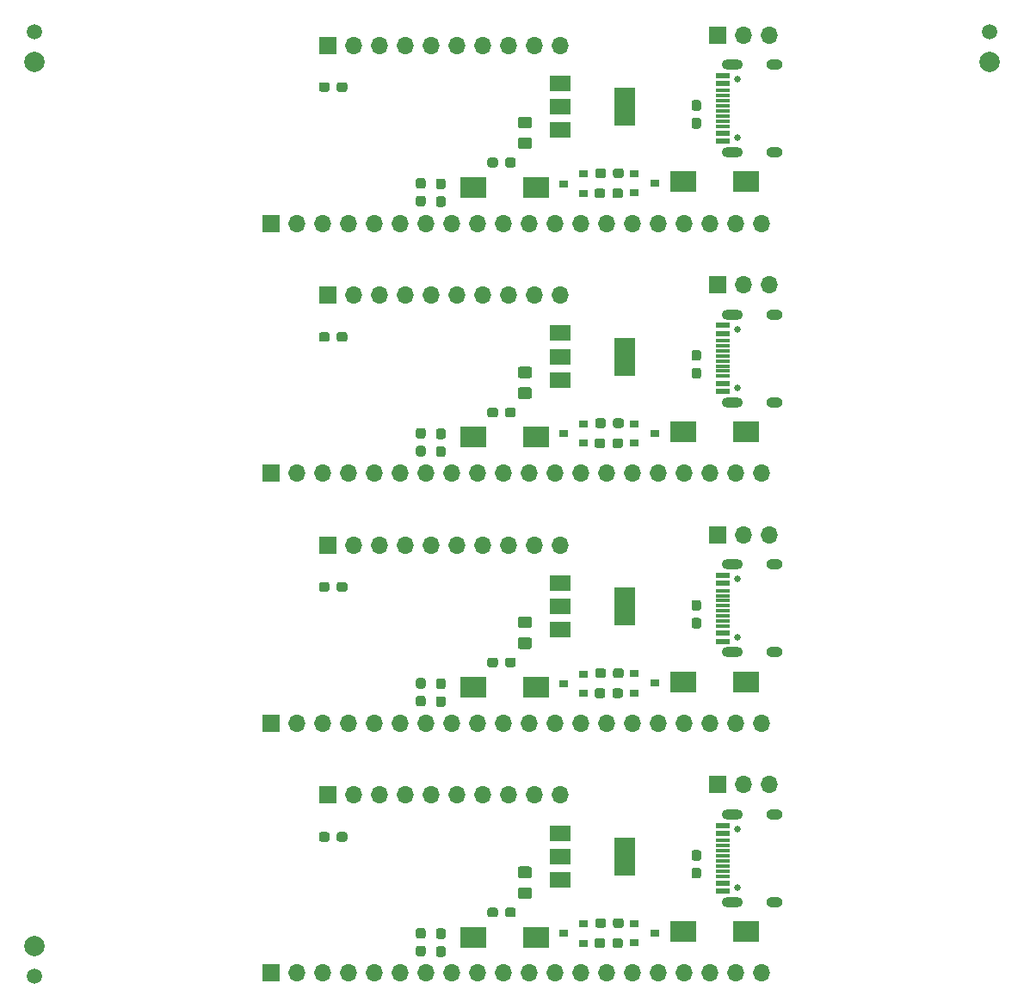
<source format=gbr>
G04 #@! TF.GenerationSoftware,KiCad,Pcbnew,5.1.7-a382d34a8~87~ubuntu20.04.1*
G04 #@! TF.CreationDate,2020-11-13T11:14:20+11:00*
G04 #@! TF.ProjectId,jackco-esp32-pico-panel-v2,6a61636b-636f-42d6-9573-7033322d7069,rev?*
G04 #@! TF.SameCoordinates,Original*
G04 #@! TF.FileFunction,Soldermask,Bot*
G04 #@! TF.FilePolarity,Negative*
%FSLAX46Y46*%
G04 Gerber Fmt 4.6, Leading zero omitted, Abs format (unit mm)*
G04 Created by KiCad (PCBNEW 5.1.7-a382d34a8~87~ubuntu20.04.1) date 2020-11-13 11:14:20*
%MOMM*%
%LPD*%
G01*
G04 APERTURE LIST*
%ADD10C,1.500000*%
%ADD11C,2.000000*%
%ADD12O,1.600000X1.000000*%
%ADD13C,0.650000*%
%ADD14O,2.100000X1.000000*%
%ADD15R,1.450000X0.300000*%
%ADD16R,1.450000X0.600000*%
%ADD17R,1.700000X1.700000*%
%ADD18O,1.700000X1.700000*%
%ADD19R,0.900000X0.800000*%
%ADD20R,2.500000X2.000000*%
%ADD21R,2.000000X3.800000*%
%ADD22R,2.000000X1.500000*%
G04 APERTURE END LIST*
D10*
X31575003Y-145712010D03*
X125575002Y-52712010D03*
X31575003Y-52712010D03*
D11*
X31575003Y-142712010D03*
X125575002Y-55712010D03*
X31575003Y-55712010D03*
G36*
G01*
X71781501Y-143791016D02*
X71306501Y-143791016D01*
G75*
G02*
X71069001Y-143553516I0J237500D01*
G01*
X71069001Y-142978516D01*
G75*
G02*
X71306501Y-142741016I237500J0D01*
G01*
X71781501Y-142741016D01*
G75*
G02*
X72019001Y-142978516I0J-237500D01*
G01*
X72019001Y-143553516D01*
G75*
G02*
X71781501Y-143791016I-237500J0D01*
G01*
G37*
G36*
G01*
X71781501Y-142041016D02*
X71306501Y-142041016D01*
G75*
G02*
X71069001Y-141803516I0J237500D01*
G01*
X71069001Y-141228516D01*
G75*
G02*
X71306501Y-140991016I237500J0D01*
G01*
X71781501Y-140991016D01*
G75*
G02*
X72019001Y-141228516I0J-237500D01*
G01*
X72019001Y-141803516D01*
G75*
G02*
X71781501Y-142041016I-237500J0D01*
G01*
G37*
G36*
G01*
X80269002Y-138091016D02*
X79369000Y-138091016D01*
G75*
G02*
X79119001Y-137841017I0J249999D01*
G01*
X79119001Y-137191015D01*
G75*
G02*
X79369000Y-136941016I249999J0D01*
G01*
X80269002Y-136941016D01*
G75*
G02*
X80519001Y-137191015I0J-249999D01*
G01*
X80519001Y-137841017D01*
G75*
G02*
X80269002Y-138091016I-249999J0D01*
G01*
G37*
G36*
G01*
X80269002Y-136041016D02*
X79369000Y-136041016D01*
G75*
G02*
X79119001Y-135791017I0J249999D01*
G01*
X79119001Y-135141015D01*
G75*
G02*
X79369000Y-134891016I249999J0D01*
G01*
X80269002Y-134891016D01*
G75*
G02*
X80519001Y-135141015I0J-249999D01*
G01*
X80519001Y-135791017D01*
G75*
G02*
X80269002Y-136041016I-249999J0D01*
G01*
G37*
G36*
G01*
X62347401Y-131743316D02*
X62347401Y-132218316D01*
G75*
G02*
X62109901Y-132455816I-237500J0D01*
G01*
X61534901Y-132455816D01*
G75*
G02*
X61297401Y-132218316I0J237500D01*
G01*
X61297401Y-131743316D01*
G75*
G02*
X61534901Y-131505816I237500J0D01*
G01*
X62109901Y-131505816D01*
G75*
G02*
X62347401Y-131743316I0J-237500D01*
G01*
G37*
G36*
G01*
X60597401Y-131743316D02*
X60597401Y-132218316D01*
G75*
G02*
X60359901Y-132455816I-237500J0D01*
G01*
X59784901Y-132455816D01*
G75*
G02*
X59547401Y-132218316I0J237500D01*
G01*
X59547401Y-131743316D01*
G75*
G02*
X59784901Y-131505816I237500J0D01*
G01*
X60359901Y-131505816D01*
G75*
G02*
X60597401Y-131743316I0J-237500D01*
G01*
G37*
G36*
G01*
X76119001Y-139653516D02*
X76119001Y-139178516D01*
G75*
G02*
X76356501Y-138941016I237500J0D01*
G01*
X76931501Y-138941016D01*
G75*
G02*
X77169001Y-139178516I0J-237500D01*
G01*
X77169001Y-139653516D01*
G75*
G02*
X76931501Y-139891016I-237500J0D01*
G01*
X76356501Y-139891016D01*
G75*
G02*
X76119001Y-139653516I0J237500D01*
G01*
G37*
G36*
G01*
X77869001Y-139653516D02*
X77869001Y-139178516D01*
G75*
G02*
X78106501Y-138941016I237500J0D01*
G01*
X78681501Y-138941016D01*
G75*
G02*
X78919001Y-139178516I0J-237500D01*
G01*
X78919001Y-139653516D01*
G75*
G02*
X78681501Y-139891016I-237500J0D01*
G01*
X78106501Y-139891016D01*
G75*
G02*
X77869001Y-139653516I0J237500D01*
G01*
G37*
D12*
X104364601Y-138409016D03*
D13*
X100714601Y-136979016D03*
D12*
X104364601Y-129769016D03*
D13*
X100714601Y-131199016D03*
D14*
X100184601Y-129769016D03*
X100184601Y-138409016D03*
D15*
X99269601Y-133839016D03*
X99269601Y-135839016D03*
X99269601Y-135339016D03*
X99269601Y-134839016D03*
X99269601Y-134339016D03*
X99269601Y-133339016D03*
X99269601Y-132839016D03*
X99269601Y-132339016D03*
D16*
X99269601Y-137339016D03*
X99269601Y-136539016D03*
X99269601Y-131639016D03*
X99269601Y-130839016D03*
X99269601Y-130839016D03*
X99269601Y-131639016D03*
X99269601Y-136539016D03*
X99269601Y-137339016D03*
D17*
X60414001Y-127866016D03*
D18*
X62954001Y-127866016D03*
X65494001Y-127866016D03*
X68034001Y-127866016D03*
X70574001Y-127866016D03*
X73114001Y-127866016D03*
X75654001Y-127866016D03*
X78194001Y-127866016D03*
X80734001Y-127866016D03*
X83274001Y-127866016D03*
D19*
X90569001Y-142416016D03*
X90569001Y-140516016D03*
X92569001Y-141466016D03*
G36*
G01*
X69331501Y-140941016D02*
X69806501Y-140941016D01*
G75*
G02*
X70044001Y-141178516I0J-237500D01*
G01*
X70044001Y-141753516D01*
G75*
G02*
X69806501Y-141991016I-237500J0D01*
G01*
X69331501Y-141991016D01*
G75*
G02*
X69094001Y-141753516I0J237500D01*
G01*
X69094001Y-141178516D01*
G75*
G02*
X69331501Y-140941016I237500J0D01*
G01*
G37*
G36*
G01*
X69331501Y-142691016D02*
X69806501Y-142691016D01*
G75*
G02*
X70044001Y-142928516I0J-237500D01*
G01*
X70044001Y-143503516D01*
G75*
G02*
X69806501Y-143741016I-237500J0D01*
G01*
X69331501Y-143741016D01*
G75*
G02*
X69094001Y-143503516I0J237500D01*
G01*
X69094001Y-142928516D01*
G75*
G02*
X69331501Y-142691016I237500J0D01*
G01*
G37*
G36*
G01*
X89469001Y-142203516D02*
X89469001Y-142678516D01*
G75*
G02*
X89231501Y-142916016I-237500J0D01*
G01*
X88656501Y-142916016D01*
G75*
G02*
X88419001Y-142678516I0J237500D01*
G01*
X88419001Y-142203516D01*
G75*
G02*
X88656501Y-141966016I237500J0D01*
G01*
X89231501Y-141966016D01*
G75*
G02*
X89469001Y-142203516I0J-237500D01*
G01*
G37*
G36*
G01*
X87719001Y-142203516D02*
X87719001Y-142678516D01*
G75*
G02*
X87481501Y-142916016I-237500J0D01*
G01*
X86906501Y-142916016D01*
G75*
G02*
X86669001Y-142678516I0J237500D01*
G01*
X86669001Y-142203516D01*
G75*
G02*
X86906501Y-141966016I237500J0D01*
G01*
X87481501Y-141966016D01*
G75*
G02*
X87719001Y-142203516I0J-237500D01*
G01*
G37*
G36*
G01*
X86744001Y-140703516D02*
X86744001Y-140228516D01*
G75*
G02*
X86981501Y-139991016I237500J0D01*
G01*
X87556501Y-139991016D01*
G75*
G02*
X87794001Y-140228516I0J-237500D01*
G01*
X87794001Y-140703516D01*
G75*
G02*
X87556501Y-140941016I-237500J0D01*
G01*
X86981501Y-140941016D01*
G75*
G02*
X86744001Y-140703516I0J237500D01*
G01*
G37*
G36*
G01*
X88494001Y-140703516D02*
X88494001Y-140228516D01*
G75*
G02*
X88731501Y-139991016I237500J0D01*
G01*
X89306501Y-139991016D01*
G75*
G02*
X89544001Y-140228516I0J-237500D01*
G01*
X89544001Y-140703516D01*
G75*
G02*
X89306501Y-140941016I-237500J0D01*
G01*
X88731501Y-140941016D01*
G75*
G02*
X88494001Y-140703516I0J237500D01*
G01*
G37*
G36*
G01*
X96447701Y-133273216D02*
X96922701Y-133273216D01*
G75*
G02*
X97160201Y-133510716I0J-237500D01*
G01*
X97160201Y-134085716D01*
G75*
G02*
X96922701Y-134323216I-237500J0D01*
G01*
X96447701Y-134323216D01*
G75*
G02*
X96210201Y-134085716I0J237500D01*
G01*
X96210201Y-133510716D01*
G75*
G02*
X96447701Y-133273216I237500J0D01*
G01*
G37*
G36*
G01*
X96447701Y-135023216D02*
X96922701Y-135023216D01*
G75*
G02*
X97160201Y-135260716I0J-237500D01*
G01*
X97160201Y-135835716D01*
G75*
G02*
X96922701Y-136073216I-237500J0D01*
G01*
X96447701Y-136073216D01*
G75*
G02*
X96210201Y-135835716I0J237500D01*
G01*
X96210201Y-135260716D01*
G75*
G02*
X96447701Y-135023216I237500J0D01*
G01*
G37*
D20*
X101549001Y-141316016D03*
X95389001Y-141316016D03*
X74764001Y-141841016D03*
X80924001Y-141841016D03*
D21*
X89624401Y-133911216D03*
D22*
X83324401Y-133911216D03*
X83324401Y-131611216D03*
X83324401Y-136211216D03*
D17*
X54826001Y-145392016D03*
D18*
X57366001Y-145392016D03*
X59906001Y-145392016D03*
X62446001Y-145392016D03*
X64986001Y-145392016D03*
X67526001Y-145392016D03*
X70066001Y-145392016D03*
X72606001Y-145392016D03*
X75146001Y-145392016D03*
X77686001Y-145392016D03*
X80226001Y-145392016D03*
X82766001Y-145392016D03*
X85306001Y-145392016D03*
X87846001Y-145392016D03*
X90386001Y-145392016D03*
X92926001Y-145392016D03*
X95466001Y-145392016D03*
X98006001Y-145392016D03*
X100546001Y-145392016D03*
X103086001Y-145392016D03*
D17*
X98768001Y-126850016D03*
D18*
X101308001Y-126850016D03*
X103848001Y-126850016D03*
D19*
X85594001Y-140541016D03*
X85594001Y-142441016D03*
X83594001Y-141491016D03*
G36*
G01*
X71781501Y-119185011D02*
X71306501Y-119185011D01*
G75*
G02*
X71069001Y-118947511I0J237500D01*
G01*
X71069001Y-118372511D01*
G75*
G02*
X71306501Y-118135011I237500J0D01*
G01*
X71781501Y-118135011D01*
G75*
G02*
X72019001Y-118372511I0J-237500D01*
G01*
X72019001Y-118947511D01*
G75*
G02*
X71781501Y-119185011I-237500J0D01*
G01*
G37*
G36*
G01*
X71781501Y-117435011D02*
X71306501Y-117435011D01*
G75*
G02*
X71069001Y-117197511I0J237500D01*
G01*
X71069001Y-116622511D01*
G75*
G02*
X71306501Y-116385011I237500J0D01*
G01*
X71781501Y-116385011D01*
G75*
G02*
X72019001Y-116622511I0J-237500D01*
G01*
X72019001Y-117197511D01*
G75*
G02*
X71781501Y-117435011I-237500J0D01*
G01*
G37*
G36*
G01*
X80269002Y-113485011D02*
X79369000Y-113485011D01*
G75*
G02*
X79119001Y-113235012I0J249999D01*
G01*
X79119001Y-112585010D01*
G75*
G02*
X79369000Y-112335011I249999J0D01*
G01*
X80269002Y-112335011D01*
G75*
G02*
X80519001Y-112585010I0J-249999D01*
G01*
X80519001Y-113235012D01*
G75*
G02*
X80269002Y-113485011I-249999J0D01*
G01*
G37*
G36*
G01*
X80269002Y-111435011D02*
X79369000Y-111435011D01*
G75*
G02*
X79119001Y-111185012I0J249999D01*
G01*
X79119001Y-110535010D01*
G75*
G02*
X79369000Y-110285011I249999J0D01*
G01*
X80269002Y-110285011D01*
G75*
G02*
X80519001Y-110535010I0J-249999D01*
G01*
X80519001Y-111185012D01*
G75*
G02*
X80269002Y-111435011I-249999J0D01*
G01*
G37*
G36*
G01*
X62347401Y-107137311D02*
X62347401Y-107612311D01*
G75*
G02*
X62109901Y-107849811I-237500J0D01*
G01*
X61534901Y-107849811D01*
G75*
G02*
X61297401Y-107612311I0J237500D01*
G01*
X61297401Y-107137311D01*
G75*
G02*
X61534901Y-106899811I237500J0D01*
G01*
X62109901Y-106899811D01*
G75*
G02*
X62347401Y-107137311I0J-237500D01*
G01*
G37*
G36*
G01*
X60597401Y-107137311D02*
X60597401Y-107612311D01*
G75*
G02*
X60359901Y-107849811I-237500J0D01*
G01*
X59784901Y-107849811D01*
G75*
G02*
X59547401Y-107612311I0J237500D01*
G01*
X59547401Y-107137311D01*
G75*
G02*
X59784901Y-106899811I237500J0D01*
G01*
X60359901Y-106899811D01*
G75*
G02*
X60597401Y-107137311I0J-237500D01*
G01*
G37*
G36*
G01*
X76119001Y-115047511D02*
X76119001Y-114572511D01*
G75*
G02*
X76356501Y-114335011I237500J0D01*
G01*
X76931501Y-114335011D01*
G75*
G02*
X77169001Y-114572511I0J-237500D01*
G01*
X77169001Y-115047511D01*
G75*
G02*
X76931501Y-115285011I-237500J0D01*
G01*
X76356501Y-115285011D01*
G75*
G02*
X76119001Y-115047511I0J237500D01*
G01*
G37*
G36*
G01*
X77869001Y-115047511D02*
X77869001Y-114572511D01*
G75*
G02*
X78106501Y-114335011I237500J0D01*
G01*
X78681501Y-114335011D01*
G75*
G02*
X78919001Y-114572511I0J-237500D01*
G01*
X78919001Y-115047511D01*
G75*
G02*
X78681501Y-115285011I-237500J0D01*
G01*
X78106501Y-115285011D01*
G75*
G02*
X77869001Y-115047511I0J237500D01*
G01*
G37*
D12*
X104364601Y-113803011D03*
D13*
X100714601Y-112373011D03*
D12*
X104364601Y-105163011D03*
D13*
X100714601Y-106593011D03*
D14*
X100184601Y-105163011D03*
X100184601Y-113803011D03*
D15*
X99269601Y-109233011D03*
X99269601Y-111233011D03*
X99269601Y-110733011D03*
X99269601Y-110233011D03*
X99269601Y-109733011D03*
X99269601Y-108733011D03*
X99269601Y-108233011D03*
X99269601Y-107733011D03*
D16*
X99269601Y-112733011D03*
X99269601Y-111933011D03*
X99269601Y-107033011D03*
X99269601Y-106233011D03*
X99269601Y-106233011D03*
X99269601Y-107033011D03*
X99269601Y-111933011D03*
X99269601Y-112733011D03*
D17*
X60414001Y-103260011D03*
D18*
X62954001Y-103260011D03*
X65494001Y-103260011D03*
X68034001Y-103260011D03*
X70574001Y-103260011D03*
X73114001Y-103260011D03*
X75654001Y-103260011D03*
X78194001Y-103260011D03*
X80734001Y-103260011D03*
X83274001Y-103260011D03*
D19*
X90569001Y-117810011D03*
X90569001Y-115910011D03*
X92569001Y-116860011D03*
G36*
G01*
X69331501Y-116335011D02*
X69806501Y-116335011D01*
G75*
G02*
X70044001Y-116572511I0J-237500D01*
G01*
X70044001Y-117147511D01*
G75*
G02*
X69806501Y-117385011I-237500J0D01*
G01*
X69331501Y-117385011D01*
G75*
G02*
X69094001Y-117147511I0J237500D01*
G01*
X69094001Y-116572511D01*
G75*
G02*
X69331501Y-116335011I237500J0D01*
G01*
G37*
G36*
G01*
X69331501Y-118085011D02*
X69806501Y-118085011D01*
G75*
G02*
X70044001Y-118322511I0J-237500D01*
G01*
X70044001Y-118897511D01*
G75*
G02*
X69806501Y-119135011I-237500J0D01*
G01*
X69331501Y-119135011D01*
G75*
G02*
X69094001Y-118897511I0J237500D01*
G01*
X69094001Y-118322511D01*
G75*
G02*
X69331501Y-118085011I237500J0D01*
G01*
G37*
G36*
G01*
X89469001Y-117597511D02*
X89469001Y-118072511D01*
G75*
G02*
X89231501Y-118310011I-237500J0D01*
G01*
X88656501Y-118310011D01*
G75*
G02*
X88419001Y-118072511I0J237500D01*
G01*
X88419001Y-117597511D01*
G75*
G02*
X88656501Y-117360011I237500J0D01*
G01*
X89231501Y-117360011D01*
G75*
G02*
X89469001Y-117597511I0J-237500D01*
G01*
G37*
G36*
G01*
X87719001Y-117597511D02*
X87719001Y-118072511D01*
G75*
G02*
X87481501Y-118310011I-237500J0D01*
G01*
X86906501Y-118310011D01*
G75*
G02*
X86669001Y-118072511I0J237500D01*
G01*
X86669001Y-117597511D01*
G75*
G02*
X86906501Y-117360011I237500J0D01*
G01*
X87481501Y-117360011D01*
G75*
G02*
X87719001Y-117597511I0J-237500D01*
G01*
G37*
G36*
G01*
X86744001Y-116097511D02*
X86744001Y-115622511D01*
G75*
G02*
X86981501Y-115385011I237500J0D01*
G01*
X87556501Y-115385011D01*
G75*
G02*
X87794001Y-115622511I0J-237500D01*
G01*
X87794001Y-116097511D01*
G75*
G02*
X87556501Y-116335011I-237500J0D01*
G01*
X86981501Y-116335011D01*
G75*
G02*
X86744001Y-116097511I0J237500D01*
G01*
G37*
G36*
G01*
X88494001Y-116097511D02*
X88494001Y-115622511D01*
G75*
G02*
X88731501Y-115385011I237500J0D01*
G01*
X89306501Y-115385011D01*
G75*
G02*
X89544001Y-115622511I0J-237500D01*
G01*
X89544001Y-116097511D01*
G75*
G02*
X89306501Y-116335011I-237500J0D01*
G01*
X88731501Y-116335011D01*
G75*
G02*
X88494001Y-116097511I0J237500D01*
G01*
G37*
G36*
G01*
X96447701Y-108667211D02*
X96922701Y-108667211D01*
G75*
G02*
X97160201Y-108904711I0J-237500D01*
G01*
X97160201Y-109479711D01*
G75*
G02*
X96922701Y-109717211I-237500J0D01*
G01*
X96447701Y-109717211D01*
G75*
G02*
X96210201Y-109479711I0J237500D01*
G01*
X96210201Y-108904711D01*
G75*
G02*
X96447701Y-108667211I237500J0D01*
G01*
G37*
G36*
G01*
X96447701Y-110417211D02*
X96922701Y-110417211D01*
G75*
G02*
X97160201Y-110654711I0J-237500D01*
G01*
X97160201Y-111229711D01*
G75*
G02*
X96922701Y-111467211I-237500J0D01*
G01*
X96447701Y-111467211D01*
G75*
G02*
X96210201Y-111229711I0J237500D01*
G01*
X96210201Y-110654711D01*
G75*
G02*
X96447701Y-110417211I237500J0D01*
G01*
G37*
D20*
X101549001Y-116710011D03*
X95389001Y-116710011D03*
X74764001Y-117235011D03*
X80924001Y-117235011D03*
D21*
X89624401Y-109305211D03*
D22*
X83324401Y-109305211D03*
X83324401Y-107005211D03*
X83324401Y-111605211D03*
D17*
X54826001Y-120786011D03*
D18*
X57366001Y-120786011D03*
X59906001Y-120786011D03*
X62446001Y-120786011D03*
X64986001Y-120786011D03*
X67526001Y-120786011D03*
X70066001Y-120786011D03*
X72606001Y-120786011D03*
X75146001Y-120786011D03*
X77686001Y-120786011D03*
X80226001Y-120786011D03*
X82766001Y-120786011D03*
X85306001Y-120786011D03*
X87846001Y-120786011D03*
X90386001Y-120786011D03*
X92926001Y-120786011D03*
X95466001Y-120786011D03*
X98006001Y-120786011D03*
X100546001Y-120786011D03*
X103086001Y-120786011D03*
D17*
X98768001Y-102244011D03*
D18*
X101308001Y-102244011D03*
X103848001Y-102244011D03*
D19*
X85594001Y-115935011D03*
X85594001Y-117835011D03*
X83594001Y-116885011D03*
G36*
G01*
X71781501Y-94579006D02*
X71306501Y-94579006D01*
G75*
G02*
X71069001Y-94341506I0J237500D01*
G01*
X71069001Y-93766506D01*
G75*
G02*
X71306501Y-93529006I237500J0D01*
G01*
X71781501Y-93529006D01*
G75*
G02*
X72019001Y-93766506I0J-237500D01*
G01*
X72019001Y-94341506D01*
G75*
G02*
X71781501Y-94579006I-237500J0D01*
G01*
G37*
G36*
G01*
X71781501Y-92829006D02*
X71306501Y-92829006D01*
G75*
G02*
X71069001Y-92591506I0J237500D01*
G01*
X71069001Y-92016506D01*
G75*
G02*
X71306501Y-91779006I237500J0D01*
G01*
X71781501Y-91779006D01*
G75*
G02*
X72019001Y-92016506I0J-237500D01*
G01*
X72019001Y-92591506D01*
G75*
G02*
X71781501Y-92829006I-237500J0D01*
G01*
G37*
G36*
G01*
X80269002Y-88879006D02*
X79369000Y-88879006D01*
G75*
G02*
X79119001Y-88629007I0J249999D01*
G01*
X79119001Y-87979005D01*
G75*
G02*
X79369000Y-87729006I249999J0D01*
G01*
X80269002Y-87729006D01*
G75*
G02*
X80519001Y-87979005I0J-249999D01*
G01*
X80519001Y-88629007D01*
G75*
G02*
X80269002Y-88879006I-249999J0D01*
G01*
G37*
G36*
G01*
X80269002Y-86829006D02*
X79369000Y-86829006D01*
G75*
G02*
X79119001Y-86579007I0J249999D01*
G01*
X79119001Y-85929005D01*
G75*
G02*
X79369000Y-85679006I249999J0D01*
G01*
X80269002Y-85679006D01*
G75*
G02*
X80519001Y-85929005I0J-249999D01*
G01*
X80519001Y-86579007D01*
G75*
G02*
X80269002Y-86829006I-249999J0D01*
G01*
G37*
G36*
G01*
X62347401Y-82531306D02*
X62347401Y-83006306D01*
G75*
G02*
X62109901Y-83243806I-237500J0D01*
G01*
X61534901Y-83243806D01*
G75*
G02*
X61297401Y-83006306I0J237500D01*
G01*
X61297401Y-82531306D01*
G75*
G02*
X61534901Y-82293806I237500J0D01*
G01*
X62109901Y-82293806D01*
G75*
G02*
X62347401Y-82531306I0J-237500D01*
G01*
G37*
G36*
G01*
X60597401Y-82531306D02*
X60597401Y-83006306D01*
G75*
G02*
X60359901Y-83243806I-237500J0D01*
G01*
X59784901Y-83243806D01*
G75*
G02*
X59547401Y-83006306I0J237500D01*
G01*
X59547401Y-82531306D01*
G75*
G02*
X59784901Y-82293806I237500J0D01*
G01*
X60359901Y-82293806D01*
G75*
G02*
X60597401Y-82531306I0J-237500D01*
G01*
G37*
G36*
G01*
X76119001Y-90441506D02*
X76119001Y-89966506D01*
G75*
G02*
X76356501Y-89729006I237500J0D01*
G01*
X76931501Y-89729006D01*
G75*
G02*
X77169001Y-89966506I0J-237500D01*
G01*
X77169001Y-90441506D01*
G75*
G02*
X76931501Y-90679006I-237500J0D01*
G01*
X76356501Y-90679006D01*
G75*
G02*
X76119001Y-90441506I0J237500D01*
G01*
G37*
G36*
G01*
X77869001Y-90441506D02*
X77869001Y-89966506D01*
G75*
G02*
X78106501Y-89729006I237500J0D01*
G01*
X78681501Y-89729006D01*
G75*
G02*
X78919001Y-89966506I0J-237500D01*
G01*
X78919001Y-90441506D01*
G75*
G02*
X78681501Y-90679006I-237500J0D01*
G01*
X78106501Y-90679006D01*
G75*
G02*
X77869001Y-90441506I0J237500D01*
G01*
G37*
D12*
X104364601Y-89197006D03*
D13*
X100714601Y-87767006D03*
D12*
X104364601Y-80557006D03*
D13*
X100714601Y-81987006D03*
D14*
X100184601Y-80557006D03*
X100184601Y-89197006D03*
D15*
X99269601Y-84627006D03*
X99269601Y-86627006D03*
X99269601Y-86127006D03*
X99269601Y-85627006D03*
X99269601Y-85127006D03*
X99269601Y-84127006D03*
X99269601Y-83627006D03*
X99269601Y-83127006D03*
D16*
X99269601Y-88127006D03*
X99269601Y-87327006D03*
X99269601Y-82427006D03*
X99269601Y-81627006D03*
X99269601Y-81627006D03*
X99269601Y-82427006D03*
X99269601Y-87327006D03*
X99269601Y-88127006D03*
D17*
X60414001Y-78654006D03*
D18*
X62954001Y-78654006D03*
X65494001Y-78654006D03*
X68034001Y-78654006D03*
X70574001Y-78654006D03*
X73114001Y-78654006D03*
X75654001Y-78654006D03*
X78194001Y-78654006D03*
X80734001Y-78654006D03*
X83274001Y-78654006D03*
D19*
X90569001Y-93204006D03*
X90569001Y-91304006D03*
X92569001Y-92254006D03*
G36*
G01*
X69331501Y-91729006D02*
X69806501Y-91729006D01*
G75*
G02*
X70044001Y-91966506I0J-237500D01*
G01*
X70044001Y-92541506D01*
G75*
G02*
X69806501Y-92779006I-237500J0D01*
G01*
X69331501Y-92779006D01*
G75*
G02*
X69094001Y-92541506I0J237500D01*
G01*
X69094001Y-91966506D01*
G75*
G02*
X69331501Y-91729006I237500J0D01*
G01*
G37*
G36*
G01*
X69331501Y-93479006D02*
X69806501Y-93479006D01*
G75*
G02*
X70044001Y-93716506I0J-237500D01*
G01*
X70044001Y-94291506D01*
G75*
G02*
X69806501Y-94529006I-237500J0D01*
G01*
X69331501Y-94529006D01*
G75*
G02*
X69094001Y-94291506I0J237500D01*
G01*
X69094001Y-93716506D01*
G75*
G02*
X69331501Y-93479006I237500J0D01*
G01*
G37*
G36*
G01*
X89469001Y-92991506D02*
X89469001Y-93466506D01*
G75*
G02*
X89231501Y-93704006I-237500J0D01*
G01*
X88656501Y-93704006D01*
G75*
G02*
X88419001Y-93466506I0J237500D01*
G01*
X88419001Y-92991506D01*
G75*
G02*
X88656501Y-92754006I237500J0D01*
G01*
X89231501Y-92754006D01*
G75*
G02*
X89469001Y-92991506I0J-237500D01*
G01*
G37*
G36*
G01*
X87719001Y-92991506D02*
X87719001Y-93466506D01*
G75*
G02*
X87481501Y-93704006I-237500J0D01*
G01*
X86906501Y-93704006D01*
G75*
G02*
X86669001Y-93466506I0J237500D01*
G01*
X86669001Y-92991506D01*
G75*
G02*
X86906501Y-92754006I237500J0D01*
G01*
X87481501Y-92754006D01*
G75*
G02*
X87719001Y-92991506I0J-237500D01*
G01*
G37*
G36*
G01*
X86744001Y-91491506D02*
X86744001Y-91016506D01*
G75*
G02*
X86981501Y-90779006I237500J0D01*
G01*
X87556501Y-90779006D01*
G75*
G02*
X87794001Y-91016506I0J-237500D01*
G01*
X87794001Y-91491506D01*
G75*
G02*
X87556501Y-91729006I-237500J0D01*
G01*
X86981501Y-91729006D01*
G75*
G02*
X86744001Y-91491506I0J237500D01*
G01*
G37*
G36*
G01*
X88494001Y-91491506D02*
X88494001Y-91016506D01*
G75*
G02*
X88731501Y-90779006I237500J0D01*
G01*
X89306501Y-90779006D01*
G75*
G02*
X89544001Y-91016506I0J-237500D01*
G01*
X89544001Y-91491506D01*
G75*
G02*
X89306501Y-91729006I-237500J0D01*
G01*
X88731501Y-91729006D01*
G75*
G02*
X88494001Y-91491506I0J237500D01*
G01*
G37*
G36*
G01*
X96447701Y-84061206D02*
X96922701Y-84061206D01*
G75*
G02*
X97160201Y-84298706I0J-237500D01*
G01*
X97160201Y-84873706D01*
G75*
G02*
X96922701Y-85111206I-237500J0D01*
G01*
X96447701Y-85111206D01*
G75*
G02*
X96210201Y-84873706I0J237500D01*
G01*
X96210201Y-84298706D01*
G75*
G02*
X96447701Y-84061206I237500J0D01*
G01*
G37*
G36*
G01*
X96447701Y-85811206D02*
X96922701Y-85811206D01*
G75*
G02*
X97160201Y-86048706I0J-237500D01*
G01*
X97160201Y-86623706D01*
G75*
G02*
X96922701Y-86861206I-237500J0D01*
G01*
X96447701Y-86861206D01*
G75*
G02*
X96210201Y-86623706I0J237500D01*
G01*
X96210201Y-86048706D01*
G75*
G02*
X96447701Y-85811206I237500J0D01*
G01*
G37*
D20*
X101549001Y-92104006D03*
X95389001Y-92104006D03*
X74764001Y-92629006D03*
X80924001Y-92629006D03*
D21*
X89624401Y-84699206D03*
D22*
X83324401Y-84699206D03*
X83324401Y-82399206D03*
X83324401Y-86999206D03*
D17*
X54826001Y-96180006D03*
D18*
X57366001Y-96180006D03*
X59906001Y-96180006D03*
X62446001Y-96180006D03*
X64986001Y-96180006D03*
X67526001Y-96180006D03*
X70066001Y-96180006D03*
X72606001Y-96180006D03*
X75146001Y-96180006D03*
X77686001Y-96180006D03*
X80226001Y-96180006D03*
X82766001Y-96180006D03*
X85306001Y-96180006D03*
X87846001Y-96180006D03*
X90386001Y-96180006D03*
X92926001Y-96180006D03*
X95466001Y-96180006D03*
X98006001Y-96180006D03*
X100546001Y-96180006D03*
X103086001Y-96180006D03*
D17*
X98768001Y-77638006D03*
D18*
X101308001Y-77638006D03*
X103848001Y-77638006D03*
D19*
X85594001Y-91329006D03*
X85594001Y-93229006D03*
X83594001Y-92279006D03*
G36*
G01*
X71781501Y-69973001D02*
X71306501Y-69973001D01*
G75*
G02*
X71069001Y-69735501I0J237500D01*
G01*
X71069001Y-69160501D01*
G75*
G02*
X71306501Y-68923001I237500J0D01*
G01*
X71781501Y-68923001D01*
G75*
G02*
X72019001Y-69160501I0J-237500D01*
G01*
X72019001Y-69735501D01*
G75*
G02*
X71781501Y-69973001I-237500J0D01*
G01*
G37*
G36*
G01*
X71781501Y-68223001D02*
X71306501Y-68223001D01*
G75*
G02*
X71069001Y-67985501I0J237500D01*
G01*
X71069001Y-67410501D01*
G75*
G02*
X71306501Y-67173001I237500J0D01*
G01*
X71781501Y-67173001D01*
G75*
G02*
X72019001Y-67410501I0J-237500D01*
G01*
X72019001Y-67985501D01*
G75*
G02*
X71781501Y-68223001I-237500J0D01*
G01*
G37*
G36*
G01*
X80269002Y-64273001D02*
X79369000Y-64273001D01*
G75*
G02*
X79119001Y-64023002I0J249999D01*
G01*
X79119001Y-63373000D01*
G75*
G02*
X79369000Y-63123001I249999J0D01*
G01*
X80269002Y-63123001D01*
G75*
G02*
X80519001Y-63373000I0J-249999D01*
G01*
X80519001Y-64023002D01*
G75*
G02*
X80269002Y-64273001I-249999J0D01*
G01*
G37*
G36*
G01*
X80269002Y-62223001D02*
X79369000Y-62223001D01*
G75*
G02*
X79119001Y-61973002I0J249999D01*
G01*
X79119001Y-61323000D01*
G75*
G02*
X79369000Y-61073001I249999J0D01*
G01*
X80269002Y-61073001D01*
G75*
G02*
X80519001Y-61323000I0J-249999D01*
G01*
X80519001Y-61973002D01*
G75*
G02*
X80269002Y-62223001I-249999J0D01*
G01*
G37*
G36*
G01*
X62347401Y-57925301D02*
X62347401Y-58400301D01*
G75*
G02*
X62109901Y-58637801I-237500J0D01*
G01*
X61534901Y-58637801D01*
G75*
G02*
X61297401Y-58400301I0J237500D01*
G01*
X61297401Y-57925301D01*
G75*
G02*
X61534901Y-57687801I237500J0D01*
G01*
X62109901Y-57687801D01*
G75*
G02*
X62347401Y-57925301I0J-237500D01*
G01*
G37*
G36*
G01*
X60597401Y-57925301D02*
X60597401Y-58400301D01*
G75*
G02*
X60359901Y-58637801I-237500J0D01*
G01*
X59784901Y-58637801D01*
G75*
G02*
X59547401Y-58400301I0J237500D01*
G01*
X59547401Y-57925301D01*
G75*
G02*
X59784901Y-57687801I237500J0D01*
G01*
X60359901Y-57687801D01*
G75*
G02*
X60597401Y-57925301I0J-237500D01*
G01*
G37*
G36*
G01*
X76119001Y-65835501D02*
X76119001Y-65360501D01*
G75*
G02*
X76356501Y-65123001I237500J0D01*
G01*
X76931501Y-65123001D01*
G75*
G02*
X77169001Y-65360501I0J-237500D01*
G01*
X77169001Y-65835501D01*
G75*
G02*
X76931501Y-66073001I-237500J0D01*
G01*
X76356501Y-66073001D01*
G75*
G02*
X76119001Y-65835501I0J237500D01*
G01*
G37*
G36*
G01*
X77869001Y-65835501D02*
X77869001Y-65360501D01*
G75*
G02*
X78106501Y-65123001I237500J0D01*
G01*
X78681501Y-65123001D01*
G75*
G02*
X78919001Y-65360501I0J-237500D01*
G01*
X78919001Y-65835501D01*
G75*
G02*
X78681501Y-66073001I-237500J0D01*
G01*
X78106501Y-66073001D01*
G75*
G02*
X77869001Y-65835501I0J237500D01*
G01*
G37*
D12*
X104364601Y-64591001D03*
D13*
X100714601Y-63161001D03*
D12*
X104364601Y-55951001D03*
D13*
X100714601Y-57381001D03*
D14*
X100184601Y-55951001D03*
X100184601Y-64591001D03*
D15*
X99269601Y-60021001D03*
X99269601Y-62021001D03*
X99269601Y-61521001D03*
X99269601Y-61021001D03*
X99269601Y-60521001D03*
X99269601Y-59521001D03*
X99269601Y-59021001D03*
X99269601Y-58521001D03*
D16*
X99269601Y-63521001D03*
X99269601Y-62721001D03*
X99269601Y-57821001D03*
X99269601Y-57021001D03*
X99269601Y-57021001D03*
X99269601Y-57821001D03*
X99269601Y-62721001D03*
X99269601Y-63521001D03*
D17*
X60414001Y-54048001D03*
D18*
X62954001Y-54048001D03*
X65494001Y-54048001D03*
X68034001Y-54048001D03*
X70574001Y-54048001D03*
X73114001Y-54048001D03*
X75654001Y-54048001D03*
X78194001Y-54048001D03*
X80734001Y-54048001D03*
X83274001Y-54048001D03*
D19*
X90569001Y-68598001D03*
X90569001Y-66698001D03*
X92569001Y-67648001D03*
G36*
G01*
X69331501Y-67123001D02*
X69806501Y-67123001D01*
G75*
G02*
X70044001Y-67360501I0J-237500D01*
G01*
X70044001Y-67935501D01*
G75*
G02*
X69806501Y-68173001I-237500J0D01*
G01*
X69331501Y-68173001D01*
G75*
G02*
X69094001Y-67935501I0J237500D01*
G01*
X69094001Y-67360501D01*
G75*
G02*
X69331501Y-67123001I237500J0D01*
G01*
G37*
G36*
G01*
X69331501Y-68873001D02*
X69806501Y-68873001D01*
G75*
G02*
X70044001Y-69110501I0J-237500D01*
G01*
X70044001Y-69685501D01*
G75*
G02*
X69806501Y-69923001I-237500J0D01*
G01*
X69331501Y-69923001D01*
G75*
G02*
X69094001Y-69685501I0J237500D01*
G01*
X69094001Y-69110501D01*
G75*
G02*
X69331501Y-68873001I237500J0D01*
G01*
G37*
G36*
G01*
X89469001Y-68385501D02*
X89469001Y-68860501D01*
G75*
G02*
X89231501Y-69098001I-237500J0D01*
G01*
X88656501Y-69098001D01*
G75*
G02*
X88419001Y-68860501I0J237500D01*
G01*
X88419001Y-68385501D01*
G75*
G02*
X88656501Y-68148001I237500J0D01*
G01*
X89231501Y-68148001D01*
G75*
G02*
X89469001Y-68385501I0J-237500D01*
G01*
G37*
G36*
G01*
X87719001Y-68385501D02*
X87719001Y-68860501D01*
G75*
G02*
X87481501Y-69098001I-237500J0D01*
G01*
X86906501Y-69098001D01*
G75*
G02*
X86669001Y-68860501I0J237500D01*
G01*
X86669001Y-68385501D01*
G75*
G02*
X86906501Y-68148001I237500J0D01*
G01*
X87481501Y-68148001D01*
G75*
G02*
X87719001Y-68385501I0J-237500D01*
G01*
G37*
G36*
G01*
X86744001Y-66885501D02*
X86744001Y-66410501D01*
G75*
G02*
X86981501Y-66173001I237500J0D01*
G01*
X87556501Y-66173001D01*
G75*
G02*
X87794001Y-66410501I0J-237500D01*
G01*
X87794001Y-66885501D01*
G75*
G02*
X87556501Y-67123001I-237500J0D01*
G01*
X86981501Y-67123001D01*
G75*
G02*
X86744001Y-66885501I0J237500D01*
G01*
G37*
G36*
G01*
X88494001Y-66885501D02*
X88494001Y-66410501D01*
G75*
G02*
X88731501Y-66173001I237500J0D01*
G01*
X89306501Y-66173001D01*
G75*
G02*
X89544001Y-66410501I0J-237500D01*
G01*
X89544001Y-66885501D01*
G75*
G02*
X89306501Y-67123001I-237500J0D01*
G01*
X88731501Y-67123001D01*
G75*
G02*
X88494001Y-66885501I0J237500D01*
G01*
G37*
G36*
G01*
X96447701Y-59455201D02*
X96922701Y-59455201D01*
G75*
G02*
X97160201Y-59692701I0J-237500D01*
G01*
X97160201Y-60267701D01*
G75*
G02*
X96922701Y-60505201I-237500J0D01*
G01*
X96447701Y-60505201D01*
G75*
G02*
X96210201Y-60267701I0J237500D01*
G01*
X96210201Y-59692701D01*
G75*
G02*
X96447701Y-59455201I237500J0D01*
G01*
G37*
G36*
G01*
X96447701Y-61205201D02*
X96922701Y-61205201D01*
G75*
G02*
X97160201Y-61442701I0J-237500D01*
G01*
X97160201Y-62017701D01*
G75*
G02*
X96922701Y-62255201I-237500J0D01*
G01*
X96447701Y-62255201D01*
G75*
G02*
X96210201Y-62017701I0J237500D01*
G01*
X96210201Y-61442701D01*
G75*
G02*
X96447701Y-61205201I237500J0D01*
G01*
G37*
D20*
X101549001Y-67498001D03*
X95389001Y-67498001D03*
X74764001Y-68023001D03*
X80924001Y-68023001D03*
D21*
X89624401Y-60093201D03*
D22*
X83324401Y-60093201D03*
X83324401Y-57793201D03*
X83324401Y-62393201D03*
D17*
X54826001Y-71574001D03*
D18*
X57366001Y-71574001D03*
X59906001Y-71574001D03*
X62446001Y-71574001D03*
X64986001Y-71574001D03*
X67526001Y-71574001D03*
X70066001Y-71574001D03*
X72606001Y-71574001D03*
X75146001Y-71574001D03*
X77686001Y-71574001D03*
X80226001Y-71574001D03*
X82766001Y-71574001D03*
X85306001Y-71574001D03*
X87846001Y-71574001D03*
X90386001Y-71574001D03*
X92926001Y-71574001D03*
X95466001Y-71574001D03*
X98006001Y-71574001D03*
X100546001Y-71574001D03*
X103086001Y-71574001D03*
D17*
X98768001Y-53032001D03*
D18*
X101308001Y-53032001D03*
X103848001Y-53032001D03*
D19*
X85594001Y-66723001D03*
X85594001Y-68623001D03*
X83594001Y-67673001D03*
M02*

</source>
